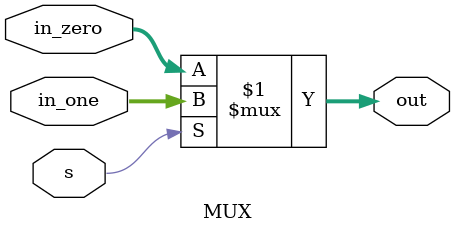
<source format=v>
`timescale 1ns / 1ps


module MUX(in_zero,in_one,s,out);
    parameter WIDTH = 32;
    input [WIDTH-1:0] in_zero,in_one;
    input s;
    output [WIDTH-1:0] out;
    assign out = s?in_one:in_zero;
endmodule

</source>
